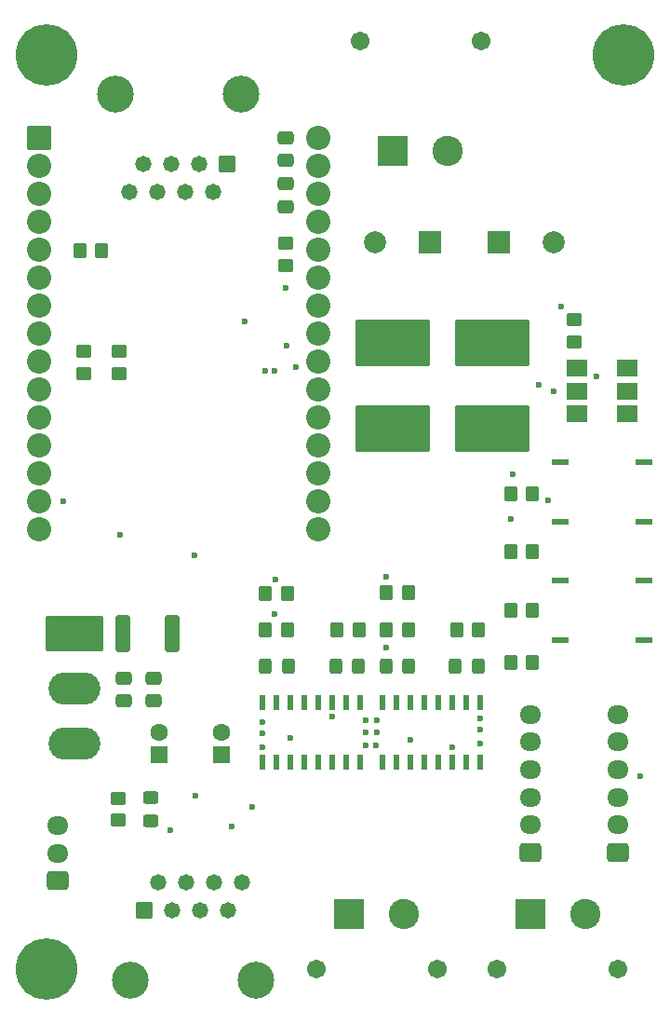
<source format=gts>
%TF.GenerationSoftware,KiCad,Pcbnew,8.0.1-8.0.1-1~ubuntu22.04.1*%
%TF.CreationDate,2024-04-01T00:34:08-04:00*%
%TF.ProjectId,gripper_2024,67726970-7065-4725-9f32-3032342e6b69,rev?*%
%TF.SameCoordinates,Original*%
%TF.FileFunction,Soldermask,Top*%
%TF.FilePolarity,Negative*%
%FSLAX46Y46*%
G04 Gerber Fmt 4.6, Leading zero omitted, Abs format (unit mm)*
G04 Created by KiCad (PCBNEW 8.0.1-8.0.1-1~ubuntu22.04.1) date 2024-04-01 00:34:08*
%MOMM*%
%LPD*%
G01*
G04 APERTURE LIST*
G04 Aperture macros list*
%AMRoundRect*
0 Rectangle with rounded corners*
0 $1 Rounding radius*
0 $2 $3 $4 $5 $6 $7 $8 $9 X,Y pos of 4 corners*
0 Add a 4 corners polygon primitive as box body*
4,1,4,$2,$3,$4,$5,$6,$7,$8,$9,$2,$3,0*
0 Add four circle primitives for the rounded corners*
1,1,$1+$1,$2,$3*
1,1,$1+$1,$4,$5*
1,1,$1+$1,$6,$7*
1,1,$1+$1,$8,$9*
0 Add four rect primitives between the rounded corners*
20,1,$1+$1,$2,$3,$4,$5,0*
20,1,$1+$1,$4,$5,$6,$7,0*
20,1,$1+$1,$6,$7,$8,$9,0*
20,1,$1+$1,$8,$9,$2,$3,0*%
G04 Aperture macros list end*
%ADD10RoundRect,0.250000X-0.350000X-0.450000X0.350000X-0.450000X0.350000X0.450000X-0.350000X0.450000X0*%
%ADD11RoundRect,0.250000X-0.475000X0.337500X-0.475000X-0.337500X0.475000X-0.337500X0.475000X0.337500X0*%
%ADD12R,0.558800X1.460500*%
%ADD13RoundRect,0.250000X0.350000X0.450000X-0.350000X0.450000X-0.350000X-0.450000X0.350000X-0.450000X0*%
%ADD14R,1.511300X0.609600*%
%ADD15RoundRect,0.250000X0.725000X-0.600000X0.725000X0.600000X-0.725000X0.600000X-0.725000X-0.600000X0*%
%ADD16O,1.950000X1.700000*%
%ADD17RoundRect,0.102000X-2.500000X1.500000X-2.500000X-1.500000X2.500000X-1.500000X2.500000X1.500000X0*%
%ADD18O,4.704000X2.954000*%
%ADD19RoundRect,0.250000X0.450000X-0.350000X0.450000X0.350000X-0.450000X0.350000X-0.450000X-0.350000X0*%
%ADD20RoundRect,0.102000X-1.000000X-1.000000X1.000000X-1.000000X1.000000X1.000000X-1.000000X1.000000X0*%
%ADD21C,2.204000*%
%ADD22C,1.712000*%
%ADD23C,2.754000*%
%ADD24RoundRect,0.102000X1.275000X1.275000X-1.275000X1.275000X-1.275000X-1.275000X1.275000X-1.275000X0*%
%ADD25C,3.600000*%
%ADD26C,5.600000*%
%ADD27RoundRect,0.250000X0.325000X0.450000X-0.325000X0.450000X-0.325000X-0.450000X0.325000X-0.450000X0*%
%ADD28C,3.350000*%
%ADD29RoundRect,0.102000X-0.634000X-0.634000X0.634000X-0.634000X0.634000X0.634000X-0.634000X0.634000X0*%
%ADD30C,1.472000*%
%ADD31RoundRect,0.250000X-0.450000X0.325000X-0.450000X-0.325000X0.450000X-0.325000X0.450000X0.325000X0*%
%ADD32RoundRect,0.250000X-0.325000X-0.450000X0.325000X-0.450000X0.325000X0.450000X-0.325000X0.450000X0*%
%ADD33R,2.000000X2.000000*%
%ADD34C,2.000000*%
%ADD35R,1.600000X1.600000*%
%ADD36C,1.600000*%
%ADD37RoundRect,0.250000X-0.450000X0.350000X-0.450000X-0.350000X0.450000X-0.350000X0.450000X0.350000X0*%
%ADD38RoundRect,0.102000X-3.300000X2.000000X-3.300000X-2.000000X3.300000X-2.000000X3.300000X2.000000X0*%
%ADD39RoundRect,0.250000X0.475000X-0.337500X0.475000X0.337500X-0.475000X0.337500X-0.475000X-0.337500X0*%
%ADD40R,1.955800X1.549400*%
%ADD41RoundRect,0.102000X-1.275000X-1.275000X1.275000X-1.275000X1.275000X1.275000X-1.275000X1.275000X0*%
%ADD42RoundRect,0.102000X0.634000X0.634000X-0.634000X0.634000X-0.634000X-0.634000X0.634000X-0.634000X0*%
%ADD43RoundRect,0.250000X0.400000X1.450000X-0.400000X1.450000X-0.400000X-1.450000X0.400000X-1.450000X0*%
%ADD44C,0.600000*%
G04 APERTURE END LIST*
D10*
%TO.C,R1*%
X23500000Y-37200000D03*
X25500000Y-37200000D03*
%TD*%
D11*
%TO.C,C12*%
X42200000Y-26962500D03*
X42200000Y-29037500D03*
%TD*%
D12*
%TO.C,U2*%
X51055000Y-83724150D03*
X52325000Y-83724150D03*
X53595000Y-83724150D03*
X54865000Y-83724150D03*
X56135000Y-83724150D03*
X57405000Y-83724150D03*
X58675000Y-83724150D03*
X59945000Y-83724150D03*
X59945000Y-78275850D03*
X58675000Y-78275850D03*
X57405000Y-78275850D03*
X56135000Y-78275850D03*
X54865000Y-78275850D03*
X53595000Y-78275850D03*
X52325000Y-78275850D03*
X51055000Y-78275850D03*
%TD*%
D13*
%TO.C,R17*%
X64700000Y-64600000D03*
X62700000Y-64600000D03*
%TD*%
D14*
%TO.C,SW4*%
X74803650Y-56500000D03*
X67196350Y-56500000D03*
%TD*%
%TO.C,SW3*%
X74803650Y-61868800D03*
X67196350Y-61868800D03*
%TD*%
D15*
%TO.C,U4*%
X72475000Y-91900000D03*
D16*
X72475000Y-89400000D03*
X72475000Y-86900000D03*
X72475000Y-84400000D03*
X72475000Y-81900000D03*
X72475000Y-79400000D03*
%TD*%
D13*
%TO.C,R8*%
X42400000Y-71700000D03*
X40400000Y-71700000D03*
%TD*%
D17*
%TO.C,U7*%
X23000000Y-72000000D03*
D18*
X23000000Y-77000000D03*
X23000000Y-82000000D03*
%TD*%
D19*
%TO.C,R4*%
X27100000Y-48400000D03*
X27100000Y-46400000D03*
%TD*%
%TO.C,R19*%
X68500000Y-45500000D03*
X68500000Y-43500000D03*
%TD*%
D20*
%TO.C,U3*%
X19800000Y-26985000D03*
D21*
X19800000Y-29525000D03*
X45200000Y-29525000D03*
X19800000Y-32065000D03*
X19800000Y-34605000D03*
X19800000Y-37145000D03*
X19800000Y-39685000D03*
X19800000Y-42225000D03*
X19800000Y-44765000D03*
X19800000Y-47305000D03*
X19800000Y-49845000D03*
X19800000Y-52385000D03*
X19800000Y-54925000D03*
X19800000Y-57465000D03*
X19800000Y-60005000D03*
X19800000Y-62545000D03*
X45200000Y-62545000D03*
X45200000Y-60005000D03*
X45200000Y-57465000D03*
X45200000Y-54925000D03*
X45200000Y-52385000D03*
X45200000Y-49845000D03*
X45200000Y-47305000D03*
X45200000Y-44765000D03*
X45200000Y-42225000D03*
X45200000Y-39685000D03*
X45200000Y-37145000D03*
X45200000Y-34605000D03*
X45200000Y-32065000D03*
X45200000Y-26985000D03*
%TD*%
D22*
%TO.C,J2*%
X56000000Y-102500000D03*
X45000000Y-102500000D03*
D23*
X53000000Y-97500000D03*
D24*
X48000000Y-97500000D03*
%TD*%
D25*
%TO.C,H1*%
X20500000Y-102500000D03*
D26*
X20500000Y-102500000D03*
%TD*%
D27*
%TO.C,D2*%
X48860000Y-75000000D03*
X46810000Y-75000000D03*
%TD*%
D28*
%TO.C,J6*%
X28121500Y-103500000D03*
X39553500Y-103500000D03*
D29*
X29392500Y-97150000D03*
D30*
X30662500Y-94610000D03*
X31932500Y-97150000D03*
X33202500Y-94610000D03*
X34472500Y-97150000D03*
X35742500Y-94610000D03*
X37012500Y-97150000D03*
X38282500Y-94610000D03*
%TD*%
D31*
%TO.C,D1*%
X30000000Y-86975000D03*
X30000000Y-89025000D03*
%TD*%
D13*
%TO.C,R6*%
X53400000Y-71700000D03*
X51400000Y-71700000D03*
%TD*%
%TO.C,R18*%
X64700000Y-59300000D03*
X62700000Y-59300000D03*
%TD*%
D25*
%TO.C,H3*%
X73000000Y-19500000D03*
D26*
X73000000Y-19500000D03*
%TD*%
D11*
%TO.C,C10*%
X30200000Y-76062500D03*
X30200000Y-78137500D03*
%TD*%
D32*
%TO.C,D5*%
X51375000Y-75000000D03*
X53425000Y-75000000D03*
%TD*%
D13*
%TO.C,R9*%
X48900000Y-71700000D03*
X46900000Y-71700000D03*
%TD*%
D33*
%TO.C,C1*%
X55367677Y-36500000D03*
D34*
X50367677Y-36500000D03*
%TD*%
D11*
%TO.C,C9*%
X27500000Y-76062500D03*
X27500000Y-78137500D03*
%TD*%
D14*
%TO.C,SW2*%
X74803650Y-67237600D03*
X67196350Y-67237600D03*
%TD*%
D13*
%TO.C,R24*%
X59800000Y-71700000D03*
X57800000Y-71700000D03*
%TD*%
D22*
%TO.C,J3*%
X72500000Y-102500000D03*
X61500000Y-102500000D03*
D23*
X69500000Y-97500000D03*
D24*
X64500000Y-97500000D03*
%TD*%
D19*
%TO.C,R3*%
X23900000Y-48400000D03*
X23900000Y-46400000D03*
%TD*%
D15*
%TO.C,U5*%
X64475000Y-91900000D03*
D16*
X64475000Y-89400000D03*
X64475000Y-86900000D03*
X64475000Y-84400000D03*
X64475000Y-81900000D03*
X64475000Y-79400000D03*
%TD*%
D35*
%TO.C,C8*%
X36400000Y-83055112D03*
D36*
X36400000Y-81055112D03*
%TD*%
D37*
%TO.C,R20*%
X27000000Y-87000000D03*
X27000000Y-89000000D03*
%TD*%
D38*
%TO.C,F2*%
X61000000Y-45600000D03*
X61000000Y-53400000D03*
%TD*%
D39*
%TO.C,C13*%
X42200000Y-33237500D03*
X42200000Y-31162500D03*
%TD*%
D38*
%TO.C,F1*%
X52000000Y-45600000D03*
X52000000Y-53400000D03*
%TD*%
D32*
%TO.C,D3*%
X40410000Y-75000000D03*
X42460000Y-75000000D03*
%TD*%
D27*
%TO.C,D4*%
X59725000Y-75000000D03*
X57675000Y-75000000D03*
%TD*%
D40*
%TO.C,D6*%
X68726700Y-47900002D03*
X68726700Y-50000000D03*
X68726700Y-52100001D03*
X73273300Y-52099998D03*
X73273300Y-50000000D03*
X73273300Y-47899999D03*
%TD*%
D15*
%TO.C,J4*%
X21475000Y-94500000D03*
D16*
X21475000Y-92000000D03*
X21475000Y-89500000D03*
%TD*%
D14*
%TO.C,SW1*%
X74803650Y-72606400D03*
X67196350Y-72606400D03*
%TD*%
D22*
%TO.C,J1*%
X49000000Y-18205750D03*
X60000000Y-18205750D03*
D23*
X57000000Y-28205750D03*
D41*
X52000000Y-28205750D03*
%TD*%
D33*
%TO.C,C2*%
X61632323Y-36500000D03*
D34*
X66632323Y-36500000D03*
%TD*%
D35*
%TO.C,C6*%
X30700000Y-83055112D03*
D36*
X30700000Y-81055112D03*
%TD*%
D25*
%TO.C,H2*%
X20500000Y-19500000D03*
D26*
X20500000Y-19500000D03*
%TD*%
D10*
%TO.C,R15*%
X62700000Y-74700000D03*
X64700000Y-74700000D03*
%TD*%
D12*
%TO.C,U1*%
X40155000Y-83724150D03*
X41425000Y-83724150D03*
X42695000Y-83724150D03*
X43965000Y-83724150D03*
X45235000Y-83724150D03*
X46505000Y-83724150D03*
X47775000Y-83724150D03*
X49045000Y-83724150D03*
X49045000Y-78275850D03*
X47775000Y-78275850D03*
X46505000Y-78275850D03*
X45235000Y-78275850D03*
X43965000Y-78275850D03*
X42695000Y-78275850D03*
X41425000Y-78275850D03*
X40155000Y-78275850D03*
%TD*%
D13*
%TO.C,R23*%
X53400000Y-68300000D03*
X51400000Y-68300000D03*
%TD*%
D28*
%TO.C,J5*%
X38216000Y-23000000D03*
X26784000Y-23000000D03*
D42*
X36945000Y-29350000D03*
D30*
X35675000Y-31890000D03*
X34405000Y-29350000D03*
X33135000Y-31890000D03*
X31865000Y-29350000D03*
X30595000Y-31890000D03*
X29325000Y-29350000D03*
X28055000Y-31890000D03*
%TD*%
D13*
%TO.C,R16*%
X64700000Y-69900000D03*
X62700000Y-69900000D03*
%TD*%
D37*
%TO.C,R2*%
X42200000Y-36600000D03*
X42200000Y-38600000D03*
%TD*%
D13*
%TO.C,R5*%
X42400000Y-68400000D03*
X40400000Y-68400000D03*
%TD*%
D43*
%TO.C,F3*%
X31900000Y-72050000D03*
X27450000Y-72050000D03*
%TD*%
D44*
X59958696Y-79755533D03*
X59958696Y-80802250D03*
X59944646Y-82038640D03*
X50500000Y-79953283D03*
X50500000Y-81000000D03*
X50485950Y-82236390D03*
X49500000Y-79953283D03*
X49500000Y-81000000D03*
X49485950Y-82236390D03*
X40138748Y-82344185D03*
X40152798Y-81107795D03*
X40152798Y-80061078D03*
X34000000Y-86750000D03*
X33900000Y-64900000D03*
X27200000Y-63100000D03*
X41300000Y-67100000D03*
X51400000Y-66900000D03*
X22000000Y-60000000D03*
X70500000Y-48700000D03*
X42700000Y-81500000D03*
X38500000Y-43700000D03*
X42200000Y-40600000D03*
X46500000Y-79600000D03*
X53600000Y-81700000D03*
X40400000Y-48200000D03*
X57405000Y-82400000D03*
X41200003Y-48200000D03*
X66600000Y-50000000D03*
X65300000Y-49400000D03*
X66150000Y-59950000D03*
X62925735Y-57574265D03*
X67300000Y-42300000D03*
X74500000Y-85000000D03*
X42300000Y-45900000D03*
X43200000Y-47800000D03*
X62700000Y-61600000D03*
X31700000Y-89900000D03*
X51400000Y-73300000D03*
X41200000Y-70300000D03*
X37300000Y-89600000D03*
X39200000Y-87800000D03*
M02*

</source>
